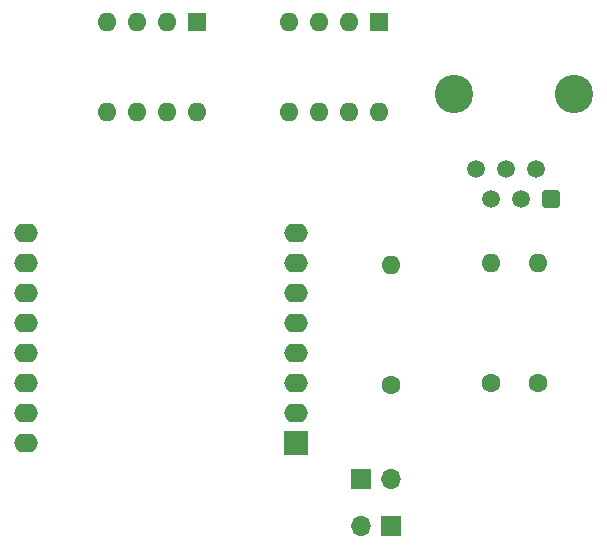
<source format=gbs>
G04 #@! TF.GenerationSoftware,KiCad,Pcbnew,8.0.5*
G04 #@! TF.CreationDate,2025-01-26T23:12:08+01:00*
G04 #@! TF.ProjectId,P1_Extender,50315f45-7874-4656-9e64-65722e6b6963,rev?*
G04 #@! TF.SameCoordinates,Original*
G04 #@! TF.FileFunction,Soldermask,Bot*
G04 #@! TF.FilePolarity,Negative*
%FSLAX46Y46*%
G04 Gerber Fmt 4.6, Leading zero omitted, Abs format (unit mm)*
G04 Created by KiCad (PCBNEW 8.0.5) date 2025-01-26 23:12:08*
%MOMM*%
%LPD*%
G01*
G04 APERTURE LIST*
G04 Aperture macros list*
%AMRoundRect*
0 Rectangle with rounded corners*
0 $1 Rounding radius*
0 $2 $3 $4 $5 $6 $7 $8 $9 X,Y pos of 4 corners*
0 Add a 4 corners polygon primitive as box body*
4,1,4,$2,$3,$4,$5,$6,$7,$8,$9,$2,$3,0*
0 Add four circle primitives for the rounded corners*
1,1,$1+$1,$2,$3*
1,1,$1+$1,$4,$5*
1,1,$1+$1,$6,$7*
1,1,$1+$1,$8,$9*
0 Add four rect primitives between the rounded corners*
20,1,$1+$1,$2,$3,$4,$5,0*
20,1,$1+$1,$4,$5,$6,$7,0*
20,1,$1+$1,$6,$7,$8,$9,0*
20,1,$1+$1,$8,$9,$2,$3,0*%
G04 Aperture macros list end*
%ADD10C,1.600000*%
%ADD11O,1.600000X1.600000*%
%ADD12R,1.600000X1.600000*%
%ADD13R,1.700000X1.700000*%
%ADD14O,1.700000X1.700000*%
%ADD15R,2.000000X2.000000*%
%ADD16O,2.000000X1.600000*%
%ADD17C,3.250000*%
%ADD18RoundRect,0.250000X0.510000X0.510000X-0.510000X0.510000X-0.510000X-0.510000X0.510000X-0.510000X0*%
%ADD19C,1.520000*%
G04 APERTURE END LIST*
D10*
X147000000Y-105080000D03*
D11*
X147000000Y-94920000D03*
D10*
X159500000Y-104910000D03*
D11*
X159500000Y-94750000D03*
D12*
X146000000Y-74380000D03*
D11*
X143460000Y-74380000D03*
X140920000Y-74380000D03*
X138380000Y-74380000D03*
X138380000Y-82000000D03*
X140920000Y-82000000D03*
X143460000Y-82000000D03*
X146000000Y-82000000D03*
D13*
X144460000Y-113000000D03*
D14*
X147000000Y-113000000D03*
D10*
X155450000Y-104910000D03*
D11*
X155450000Y-94750000D03*
D15*
X139000000Y-110000000D03*
D16*
X139000000Y-107460000D03*
X139000000Y-104920000D03*
X139000000Y-102380000D03*
X139000000Y-99840000D03*
X139000000Y-97300000D03*
X139000000Y-94760000D03*
X139000000Y-92220000D03*
X116140000Y-92220000D03*
X116140000Y-94760000D03*
X116140000Y-97300000D03*
X116140000Y-99840000D03*
X116140000Y-102380000D03*
X116140000Y-104920000D03*
X116140000Y-107460000D03*
X116140000Y-110000000D03*
D12*
X130620000Y-74380000D03*
D11*
X128080000Y-74380000D03*
X125540000Y-74380000D03*
X123000000Y-74380000D03*
X123000000Y-82000000D03*
X125540000Y-82000000D03*
X128080000Y-82000000D03*
X130620000Y-82000000D03*
D17*
X162500000Y-80400000D03*
X152340000Y-80400000D03*
D18*
X160600000Y-89290000D03*
D19*
X159330000Y-86750000D03*
X158060000Y-89290000D03*
X156790000Y-86750000D03*
X155520000Y-89290000D03*
X154250000Y-86750000D03*
D13*
X147000000Y-117000000D03*
D14*
X144460000Y-117000000D03*
M02*

</source>
